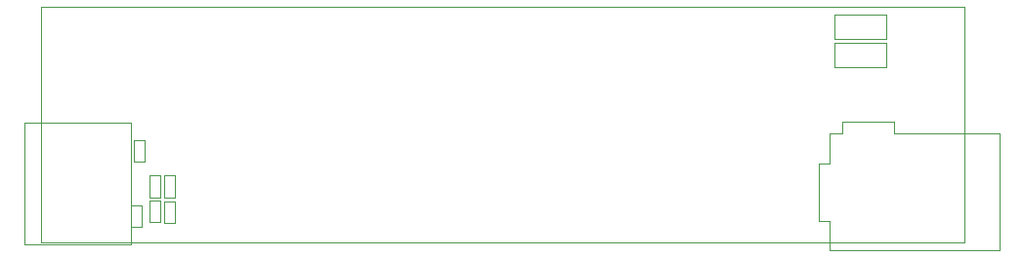
<source format=gbr>
%TF.GenerationSoftware,KiCad,Pcbnew,6.0.11+dfsg-1~bpo11+1*%
%TF.CreationDate,2023-04-14T13:04:02+02:00*%
%TF.ProjectId,IR-diode-general,49522d64-696f-4646-952d-67656e657261,rev?*%
%TF.SameCoordinates,Original*%
%TF.FileFunction,Other,User*%
%FSLAX46Y46*%
G04 Gerber Fmt 4.6, Leading zero omitted, Abs format (unit mm)*
G04 Created by KiCad (PCBNEW 6.0.11+dfsg-1~bpo11+1) date 2023-04-14 13:04:02 commit 5e22265*
%MOMM*%
%LPD*%
G01*
G04 APERTURE LIST*
%TA.AperFunction,Profile*%
%ADD10C,0.100000*%
%TD*%
%ADD11C,0.050000*%
G04 APERTURE END LIST*
D10*
X85000000Y-40500000D02*
X165000000Y-40500000D01*
X165000000Y-40500000D02*
X165000000Y-61000000D01*
X165000000Y-61000000D02*
X85000000Y-61000000D01*
X85000000Y-61000000D02*
X85000000Y-40500000D01*
D11*
%TO.C,C13*%
X93920000Y-52110000D02*
X92980000Y-52110000D01*
X92980000Y-52110000D02*
X92980000Y-53990000D01*
X92980000Y-53990000D02*
X93920000Y-53990000D01*
X93920000Y-53990000D02*
X93920000Y-52110000D01*
%TO.C,R12*%
X95620000Y-57065000D02*
X96580000Y-57065000D01*
X96580000Y-57065000D02*
X96580000Y-55165000D01*
X96580000Y-55165000D02*
X95620000Y-55165000D01*
X95620000Y-55165000D02*
X95620000Y-57065000D01*
%TO.C,J1*%
X153300000Y-54100000D02*
X152400000Y-54100000D01*
X153300000Y-51500000D02*
X153300000Y-54100000D01*
X154400000Y-51500000D02*
X153300000Y-51500000D01*
X154400000Y-50500000D02*
X154400000Y-51500000D01*
X158900000Y-51500000D02*
X158900000Y-50500000D01*
X168000000Y-51500000D02*
X158900000Y-51500000D01*
X153300000Y-61700000D02*
X168000000Y-61700000D01*
X152400000Y-54100000D02*
X152400000Y-59100000D01*
X158900000Y-50500000D02*
X154400000Y-50500000D01*
X153300000Y-59100000D02*
X153300000Y-61700000D01*
X152400000Y-59100000D02*
X153300000Y-59100000D01*
X168000000Y-61700000D02*
X168000000Y-51500000D01*
%TO.C,J2*%
X92759645Y-50550000D02*
X83559645Y-50550000D01*
X83559645Y-50550000D02*
X83559645Y-61150000D01*
X83559645Y-61150000D02*
X92759645Y-61150000D01*
X92759645Y-61150000D02*
X92759645Y-50550000D01*
%TO.C,R11*%
X158250000Y-45750000D02*
X153750000Y-45750000D01*
X153750000Y-45750000D02*
X153750000Y-43650000D01*
X153750000Y-43650000D02*
X158250000Y-43650000D01*
X158250000Y-43650000D02*
X158250000Y-45750000D01*
%TO.C,R13*%
X94370000Y-57065000D02*
X95330000Y-57065000D01*
X95330000Y-57065000D02*
X95330000Y-55165000D01*
X95330000Y-55165000D02*
X94370000Y-55165000D01*
X94370000Y-55165000D02*
X94370000Y-57065000D01*
%TO.C,C12*%
X92780000Y-59640000D02*
X93720000Y-59640000D01*
X93720000Y-59640000D02*
X93720000Y-57760000D01*
X93720000Y-57760000D02*
X92780000Y-57760000D01*
X92780000Y-57760000D02*
X92780000Y-59640000D01*
%TO.C,R6*%
X96580000Y-57400000D02*
X95620000Y-57400000D01*
X95620000Y-57400000D02*
X95620000Y-59300000D01*
X95620000Y-59300000D02*
X96580000Y-59300000D01*
X96580000Y-59300000D02*
X96580000Y-57400000D01*
%TO.C,R10*%
X158250000Y-43300000D02*
X153750000Y-43300000D01*
X153750000Y-43300000D02*
X153750000Y-41200000D01*
X153750000Y-41200000D02*
X158250000Y-41200000D01*
X158250000Y-41200000D02*
X158250000Y-43300000D01*
%TO.C,R14*%
X94370000Y-59215000D02*
X95330000Y-59215000D01*
X95330000Y-59215000D02*
X95330000Y-57315000D01*
X95330000Y-57315000D02*
X94370000Y-57315000D01*
X94370000Y-57315000D02*
X94370000Y-59215000D01*
%TD*%
M02*

</source>
